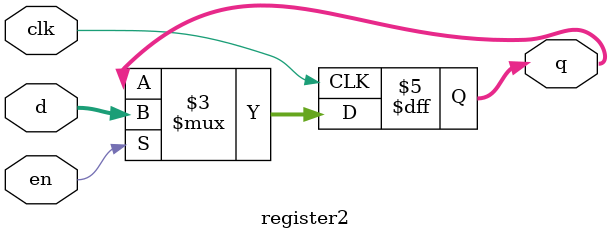
<source format=v>
/*
    register2 is a simple D flip flop that outputs
    the input value at every positive edge of the
    clock
    clk - input clock load_signal
    en - input to enable the register
    d - input data
    q - output data
*/
module register2 (clk,en,d,q);
  input clk,en;
  input [15:0] d;
  output reg [15:0] q;
  always @(negedge clk) begin
    if (en) begin
      q = d;
    end
  end
endmodule

</source>
